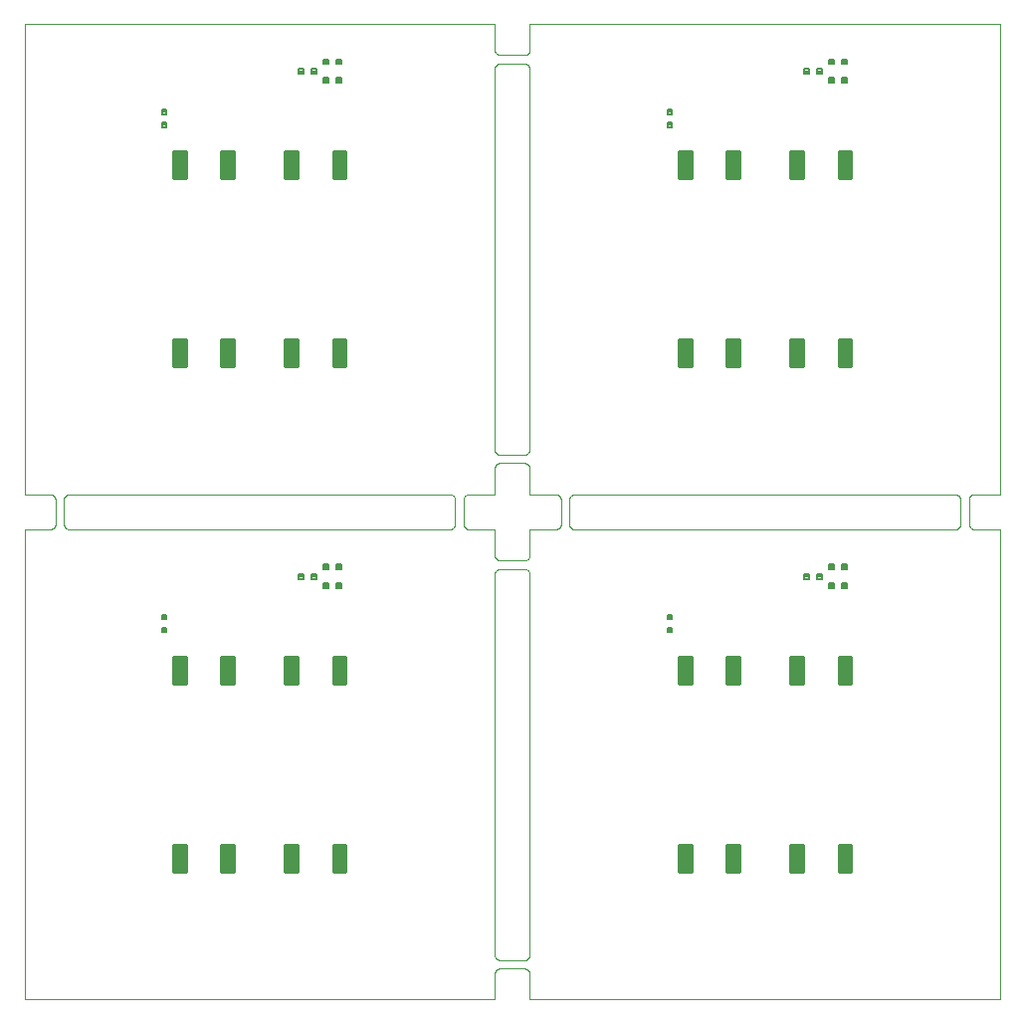
<source format=gbp>
G04 EAGLE Gerber RS-274X export*
G75*
%MOMM*%
%FSLAX34Y34*%
%LPD*%
%AMOC8*
5,1,8,0,0,1.08239X$1,22.5*%
G01*
%ADD10C,0.000000*%
%ADD11C,0.198000*%
%ADD12C,0.390000*%


D10*
X430000Y0D02*
X830000Y0D01*
X830000Y400000D01*
X808500Y400000D01*
X791500Y400000D02*
X468500Y400000D01*
X451500Y400000D02*
X430000Y400000D01*
X430000Y378500D01*
X430000Y361500D02*
X430000Y38500D01*
X430000Y21500D02*
X430000Y0D01*
X400000Y0D02*
X0Y0D01*
X400000Y0D02*
X400000Y21500D01*
X400000Y38500D02*
X400000Y361500D01*
X400000Y378500D02*
X400000Y400000D01*
X378500Y400000D01*
X361500Y400000D02*
X38500Y400000D01*
X21500Y400000D02*
X0Y400000D01*
X0Y0D01*
X425000Y366500D02*
X425140Y366498D01*
X425280Y366492D01*
X425420Y366482D01*
X425560Y366469D01*
X425699Y366451D01*
X425838Y366429D01*
X425975Y366404D01*
X426113Y366375D01*
X426249Y366342D01*
X426384Y366305D01*
X426518Y366264D01*
X426651Y366219D01*
X426783Y366171D01*
X426913Y366119D01*
X427042Y366064D01*
X427169Y366005D01*
X427295Y365942D01*
X427419Y365876D01*
X427540Y365807D01*
X427660Y365734D01*
X427778Y365657D01*
X427893Y365578D01*
X428007Y365495D01*
X428117Y365409D01*
X428226Y365320D01*
X428332Y365228D01*
X428435Y365133D01*
X428536Y365036D01*
X428633Y364935D01*
X428728Y364832D01*
X428820Y364726D01*
X428909Y364617D01*
X428995Y364507D01*
X429078Y364393D01*
X429157Y364278D01*
X429234Y364160D01*
X429307Y364040D01*
X429376Y363919D01*
X429442Y363795D01*
X429505Y363669D01*
X429564Y363542D01*
X429619Y363413D01*
X429671Y363283D01*
X429719Y363151D01*
X429764Y363018D01*
X429805Y362884D01*
X429842Y362749D01*
X429875Y362613D01*
X429904Y362475D01*
X429929Y362338D01*
X429951Y362199D01*
X429969Y362060D01*
X429982Y361920D01*
X429992Y361780D01*
X429998Y361640D01*
X430000Y361500D01*
X425000Y373500D02*
X425140Y373502D01*
X425280Y373508D01*
X425420Y373518D01*
X425560Y373531D01*
X425699Y373549D01*
X425838Y373571D01*
X425975Y373596D01*
X426113Y373625D01*
X426249Y373658D01*
X426384Y373695D01*
X426518Y373736D01*
X426651Y373781D01*
X426783Y373829D01*
X426913Y373881D01*
X427042Y373936D01*
X427169Y373995D01*
X427295Y374058D01*
X427419Y374124D01*
X427540Y374193D01*
X427660Y374266D01*
X427778Y374343D01*
X427893Y374422D01*
X428007Y374505D01*
X428117Y374591D01*
X428226Y374680D01*
X428332Y374772D01*
X428435Y374867D01*
X428536Y374964D01*
X428633Y375065D01*
X428728Y375168D01*
X428820Y375274D01*
X428909Y375383D01*
X428995Y375493D01*
X429078Y375607D01*
X429157Y375722D01*
X429234Y375840D01*
X429307Y375960D01*
X429376Y376081D01*
X429442Y376205D01*
X429505Y376331D01*
X429564Y376458D01*
X429619Y376587D01*
X429671Y376717D01*
X429719Y376849D01*
X429764Y376982D01*
X429805Y377116D01*
X429842Y377251D01*
X429875Y377387D01*
X429904Y377525D01*
X429929Y377662D01*
X429951Y377801D01*
X429969Y377940D01*
X429982Y378080D01*
X429992Y378220D01*
X429998Y378360D01*
X430000Y378500D01*
X425000Y366500D02*
X405000Y366500D01*
X425000Y26500D02*
X425140Y26498D01*
X425280Y26492D01*
X425420Y26482D01*
X425560Y26469D01*
X425699Y26451D01*
X425838Y26429D01*
X425975Y26404D01*
X426113Y26375D01*
X426249Y26342D01*
X426384Y26305D01*
X426518Y26264D01*
X426651Y26219D01*
X426783Y26171D01*
X426913Y26119D01*
X427042Y26064D01*
X427169Y26005D01*
X427295Y25942D01*
X427419Y25876D01*
X427540Y25807D01*
X427660Y25734D01*
X427778Y25657D01*
X427893Y25578D01*
X428007Y25495D01*
X428117Y25409D01*
X428226Y25320D01*
X428332Y25228D01*
X428435Y25133D01*
X428536Y25036D01*
X428633Y24935D01*
X428728Y24832D01*
X428820Y24726D01*
X428909Y24617D01*
X428995Y24507D01*
X429078Y24393D01*
X429157Y24278D01*
X429234Y24160D01*
X429307Y24040D01*
X429376Y23919D01*
X429442Y23795D01*
X429505Y23669D01*
X429564Y23542D01*
X429619Y23413D01*
X429671Y23283D01*
X429719Y23151D01*
X429764Y23018D01*
X429805Y22884D01*
X429842Y22749D01*
X429875Y22613D01*
X429904Y22475D01*
X429929Y22338D01*
X429951Y22199D01*
X429969Y22060D01*
X429982Y21920D01*
X429992Y21780D01*
X429998Y21640D01*
X430000Y21500D01*
X425000Y33500D02*
X425140Y33502D01*
X425280Y33508D01*
X425420Y33518D01*
X425560Y33531D01*
X425699Y33549D01*
X425838Y33571D01*
X425975Y33596D01*
X426113Y33625D01*
X426249Y33658D01*
X426384Y33695D01*
X426518Y33736D01*
X426651Y33781D01*
X426783Y33829D01*
X426913Y33881D01*
X427042Y33936D01*
X427169Y33995D01*
X427295Y34058D01*
X427419Y34124D01*
X427540Y34193D01*
X427660Y34266D01*
X427778Y34343D01*
X427893Y34422D01*
X428007Y34505D01*
X428117Y34591D01*
X428226Y34680D01*
X428332Y34772D01*
X428435Y34867D01*
X428536Y34964D01*
X428633Y35065D01*
X428728Y35168D01*
X428820Y35274D01*
X428909Y35383D01*
X428995Y35493D01*
X429078Y35607D01*
X429157Y35722D01*
X429234Y35840D01*
X429307Y35960D01*
X429376Y36081D01*
X429442Y36205D01*
X429505Y36331D01*
X429564Y36458D01*
X429619Y36587D01*
X429671Y36717D01*
X429719Y36849D01*
X429764Y36982D01*
X429805Y37116D01*
X429842Y37251D01*
X429875Y37387D01*
X429904Y37525D01*
X429929Y37662D01*
X429951Y37801D01*
X429969Y37940D01*
X429982Y38080D01*
X429992Y38220D01*
X429998Y38360D01*
X430000Y38500D01*
X425000Y26500D02*
X405000Y26500D01*
X405000Y33500D02*
X404860Y33502D01*
X404720Y33508D01*
X404580Y33518D01*
X404440Y33531D01*
X404301Y33549D01*
X404162Y33571D01*
X404025Y33596D01*
X403887Y33625D01*
X403751Y33658D01*
X403616Y33695D01*
X403482Y33736D01*
X403349Y33781D01*
X403217Y33829D01*
X403087Y33881D01*
X402958Y33936D01*
X402831Y33995D01*
X402705Y34058D01*
X402581Y34124D01*
X402460Y34193D01*
X402340Y34266D01*
X402222Y34343D01*
X402107Y34422D01*
X401993Y34505D01*
X401883Y34591D01*
X401774Y34680D01*
X401668Y34772D01*
X401565Y34867D01*
X401464Y34964D01*
X401367Y35065D01*
X401272Y35168D01*
X401180Y35274D01*
X401091Y35383D01*
X401005Y35493D01*
X400922Y35607D01*
X400843Y35722D01*
X400766Y35840D01*
X400693Y35960D01*
X400624Y36081D01*
X400558Y36205D01*
X400495Y36331D01*
X400436Y36458D01*
X400381Y36587D01*
X400329Y36717D01*
X400281Y36849D01*
X400236Y36982D01*
X400195Y37116D01*
X400158Y37251D01*
X400125Y37387D01*
X400096Y37525D01*
X400071Y37662D01*
X400049Y37801D01*
X400031Y37940D01*
X400018Y38080D01*
X400008Y38220D01*
X400002Y38360D01*
X400000Y38500D01*
X405000Y26500D02*
X404860Y26498D01*
X404720Y26492D01*
X404580Y26482D01*
X404440Y26469D01*
X404301Y26451D01*
X404162Y26429D01*
X404025Y26404D01*
X403887Y26375D01*
X403751Y26342D01*
X403616Y26305D01*
X403482Y26264D01*
X403349Y26219D01*
X403217Y26171D01*
X403087Y26119D01*
X402958Y26064D01*
X402831Y26005D01*
X402705Y25942D01*
X402581Y25876D01*
X402460Y25807D01*
X402340Y25734D01*
X402222Y25657D01*
X402107Y25578D01*
X401993Y25495D01*
X401883Y25409D01*
X401774Y25320D01*
X401668Y25228D01*
X401565Y25133D01*
X401464Y25036D01*
X401367Y24935D01*
X401272Y24832D01*
X401180Y24726D01*
X401091Y24617D01*
X401005Y24507D01*
X400922Y24393D01*
X400843Y24278D01*
X400766Y24160D01*
X400693Y24040D01*
X400624Y23919D01*
X400558Y23795D01*
X400495Y23669D01*
X400436Y23542D01*
X400381Y23413D01*
X400329Y23283D01*
X400281Y23151D01*
X400236Y23018D01*
X400195Y22884D01*
X400158Y22749D01*
X400125Y22613D01*
X400096Y22475D01*
X400071Y22338D01*
X400049Y22199D01*
X400031Y22060D01*
X400018Y21920D01*
X400008Y21780D01*
X400002Y21640D01*
X400000Y21500D01*
X405000Y33500D02*
X425000Y33500D01*
X405000Y373500D02*
X404860Y373502D01*
X404720Y373508D01*
X404580Y373518D01*
X404440Y373531D01*
X404301Y373549D01*
X404162Y373571D01*
X404025Y373596D01*
X403887Y373625D01*
X403751Y373658D01*
X403616Y373695D01*
X403482Y373736D01*
X403349Y373781D01*
X403217Y373829D01*
X403087Y373881D01*
X402958Y373936D01*
X402831Y373995D01*
X402705Y374058D01*
X402581Y374124D01*
X402460Y374193D01*
X402340Y374266D01*
X402222Y374343D01*
X402107Y374422D01*
X401993Y374505D01*
X401883Y374591D01*
X401774Y374680D01*
X401668Y374772D01*
X401565Y374867D01*
X401464Y374964D01*
X401367Y375065D01*
X401272Y375168D01*
X401180Y375274D01*
X401091Y375383D01*
X401005Y375493D01*
X400922Y375607D01*
X400843Y375722D01*
X400766Y375840D01*
X400693Y375960D01*
X400624Y376081D01*
X400558Y376205D01*
X400495Y376331D01*
X400436Y376458D01*
X400381Y376587D01*
X400329Y376717D01*
X400281Y376849D01*
X400236Y376982D01*
X400195Y377116D01*
X400158Y377251D01*
X400125Y377387D01*
X400096Y377525D01*
X400071Y377662D01*
X400049Y377801D01*
X400031Y377940D01*
X400018Y378080D01*
X400008Y378220D01*
X400002Y378360D01*
X400000Y378500D01*
X405000Y366500D02*
X404860Y366498D01*
X404720Y366492D01*
X404580Y366482D01*
X404440Y366469D01*
X404301Y366451D01*
X404162Y366429D01*
X404025Y366404D01*
X403887Y366375D01*
X403751Y366342D01*
X403616Y366305D01*
X403482Y366264D01*
X403349Y366219D01*
X403217Y366171D01*
X403087Y366119D01*
X402958Y366064D01*
X402831Y366005D01*
X402705Y365942D01*
X402581Y365876D01*
X402460Y365807D01*
X402340Y365734D01*
X402222Y365657D01*
X402107Y365578D01*
X401993Y365495D01*
X401883Y365409D01*
X401774Y365320D01*
X401668Y365228D01*
X401565Y365133D01*
X401464Y365036D01*
X401367Y364935D01*
X401272Y364832D01*
X401180Y364726D01*
X401091Y364617D01*
X401005Y364507D01*
X400922Y364393D01*
X400843Y364278D01*
X400766Y364160D01*
X400693Y364040D01*
X400624Y363919D01*
X400558Y363795D01*
X400495Y363669D01*
X400436Y363542D01*
X400381Y363413D01*
X400329Y363283D01*
X400281Y363151D01*
X400236Y363018D01*
X400195Y362884D01*
X400158Y362749D01*
X400125Y362613D01*
X400096Y362475D01*
X400071Y362338D01*
X400049Y362199D01*
X400031Y362060D01*
X400018Y361920D01*
X400008Y361780D01*
X400002Y361640D01*
X400000Y361500D01*
X405000Y373500D02*
X425000Y373500D01*
X26500Y405000D02*
X26498Y404860D01*
X26492Y404720D01*
X26482Y404580D01*
X26469Y404440D01*
X26451Y404301D01*
X26429Y404162D01*
X26404Y404025D01*
X26375Y403887D01*
X26342Y403751D01*
X26305Y403616D01*
X26264Y403482D01*
X26219Y403349D01*
X26171Y403217D01*
X26119Y403087D01*
X26064Y402958D01*
X26005Y402831D01*
X25942Y402705D01*
X25876Y402581D01*
X25807Y402460D01*
X25734Y402340D01*
X25657Y402222D01*
X25578Y402107D01*
X25495Y401993D01*
X25409Y401883D01*
X25320Y401774D01*
X25228Y401668D01*
X25133Y401565D01*
X25036Y401464D01*
X24935Y401367D01*
X24832Y401272D01*
X24726Y401180D01*
X24617Y401091D01*
X24507Y401005D01*
X24393Y400922D01*
X24278Y400843D01*
X24160Y400766D01*
X24040Y400693D01*
X23919Y400624D01*
X23795Y400558D01*
X23669Y400495D01*
X23542Y400436D01*
X23413Y400381D01*
X23283Y400329D01*
X23151Y400281D01*
X23018Y400236D01*
X22884Y400195D01*
X22749Y400158D01*
X22613Y400125D01*
X22475Y400096D01*
X22338Y400071D01*
X22199Y400049D01*
X22060Y400031D01*
X21920Y400018D01*
X21780Y400008D01*
X21640Y400002D01*
X21500Y400000D01*
X33500Y405000D02*
X33502Y404860D01*
X33508Y404720D01*
X33518Y404580D01*
X33531Y404440D01*
X33549Y404301D01*
X33571Y404162D01*
X33596Y404025D01*
X33625Y403887D01*
X33658Y403751D01*
X33695Y403616D01*
X33736Y403482D01*
X33781Y403349D01*
X33829Y403217D01*
X33881Y403087D01*
X33936Y402958D01*
X33995Y402831D01*
X34058Y402705D01*
X34124Y402581D01*
X34193Y402460D01*
X34266Y402340D01*
X34343Y402222D01*
X34422Y402107D01*
X34505Y401993D01*
X34591Y401883D01*
X34680Y401774D01*
X34772Y401668D01*
X34867Y401565D01*
X34964Y401464D01*
X35065Y401367D01*
X35168Y401272D01*
X35274Y401180D01*
X35383Y401091D01*
X35493Y401005D01*
X35607Y400922D01*
X35722Y400843D01*
X35840Y400766D01*
X35960Y400693D01*
X36081Y400624D01*
X36205Y400558D01*
X36331Y400495D01*
X36458Y400436D01*
X36587Y400381D01*
X36717Y400329D01*
X36849Y400281D01*
X36982Y400236D01*
X37116Y400195D01*
X37251Y400158D01*
X37387Y400125D01*
X37525Y400096D01*
X37662Y400071D01*
X37801Y400049D01*
X37940Y400031D01*
X38080Y400018D01*
X38220Y400008D01*
X38360Y400002D01*
X38500Y400000D01*
X361500Y400000D02*
X361640Y400002D01*
X361780Y400008D01*
X361920Y400018D01*
X362060Y400031D01*
X362199Y400049D01*
X362338Y400071D01*
X362475Y400096D01*
X362613Y400125D01*
X362749Y400158D01*
X362884Y400195D01*
X363018Y400236D01*
X363151Y400281D01*
X363283Y400329D01*
X363413Y400381D01*
X363542Y400436D01*
X363669Y400495D01*
X363795Y400558D01*
X363919Y400624D01*
X364040Y400693D01*
X364160Y400766D01*
X364278Y400843D01*
X364393Y400922D01*
X364507Y401005D01*
X364617Y401091D01*
X364726Y401180D01*
X364832Y401272D01*
X364935Y401367D01*
X365036Y401464D01*
X365133Y401565D01*
X365228Y401668D01*
X365320Y401774D01*
X365409Y401883D01*
X365495Y401993D01*
X365578Y402107D01*
X365657Y402222D01*
X365734Y402340D01*
X365807Y402460D01*
X365876Y402581D01*
X365942Y402705D01*
X366005Y402831D01*
X366064Y402958D01*
X366119Y403087D01*
X366171Y403217D01*
X366219Y403349D01*
X366264Y403482D01*
X366305Y403616D01*
X366342Y403751D01*
X366375Y403887D01*
X366404Y404025D01*
X366429Y404162D01*
X366451Y404301D01*
X366469Y404440D01*
X366482Y404580D01*
X366492Y404720D01*
X366498Y404860D01*
X366500Y405000D01*
X373500Y405000D02*
X373502Y404860D01*
X373508Y404720D01*
X373518Y404580D01*
X373531Y404440D01*
X373549Y404301D01*
X373571Y404162D01*
X373596Y404025D01*
X373625Y403887D01*
X373658Y403751D01*
X373695Y403616D01*
X373736Y403482D01*
X373781Y403349D01*
X373829Y403217D01*
X373881Y403087D01*
X373936Y402958D01*
X373995Y402831D01*
X374058Y402705D01*
X374124Y402581D01*
X374193Y402460D01*
X374266Y402340D01*
X374343Y402222D01*
X374422Y402107D01*
X374505Y401993D01*
X374591Y401883D01*
X374680Y401774D01*
X374772Y401668D01*
X374867Y401565D01*
X374964Y401464D01*
X375065Y401367D01*
X375168Y401272D01*
X375274Y401180D01*
X375383Y401091D01*
X375493Y401005D01*
X375607Y400922D01*
X375722Y400843D01*
X375840Y400766D01*
X375960Y400693D01*
X376081Y400624D01*
X376205Y400558D01*
X376331Y400495D01*
X376458Y400436D01*
X376587Y400381D01*
X376717Y400329D01*
X376849Y400281D01*
X376982Y400236D01*
X377116Y400195D01*
X377251Y400158D01*
X377387Y400125D01*
X377525Y400096D01*
X377662Y400071D01*
X377801Y400049D01*
X377940Y400031D01*
X378080Y400018D01*
X378220Y400008D01*
X378360Y400002D01*
X378500Y400000D01*
X26500Y405000D02*
X26500Y425000D01*
X33500Y425000D02*
X33500Y405000D01*
X366500Y405000D02*
X366500Y425000D01*
X373500Y425000D02*
X373500Y405000D01*
X803500Y405000D02*
X803500Y425000D01*
X796500Y405000D02*
X796498Y404860D01*
X796492Y404720D01*
X796482Y404580D01*
X796469Y404440D01*
X796451Y404301D01*
X796429Y404162D01*
X796404Y404025D01*
X796375Y403887D01*
X796342Y403751D01*
X796305Y403616D01*
X796264Y403482D01*
X796219Y403349D01*
X796171Y403217D01*
X796119Y403087D01*
X796064Y402958D01*
X796005Y402831D01*
X795942Y402705D01*
X795876Y402581D01*
X795807Y402460D01*
X795734Y402340D01*
X795657Y402222D01*
X795578Y402107D01*
X795495Y401993D01*
X795409Y401883D01*
X795320Y401774D01*
X795228Y401668D01*
X795133Y401565D01*
X795036Y401464D01*
X794935Y401367D01*
X794832Y401272D01*
X794726Y401180D01*
X794617Y401091D01*
X794507Y401005D01*
X794393Y400922D01*
X794278Y400843D01*
X794160Y400766D01*
X794040Y400693D01*
X793919Y400624D01*
X793795Y400558D01*
X793669Y400495D01*
X793542Y400436D01*
X793413Y400381D01*
X793283Y400329D01*
X793151Y400281D01*
X793018Y400236D01*
X792884Y400195D01*
X792749Y400158D01*
X792613Y400125D01*
X792475Y400096D01*
X792338Y400071D01*
X792199Y400049D01*
X792060Y400031D01*
X791920Y400018D01*
X791780Y400008D01*
X791640Y400002D01*
X791500Y400000D01*
X803500Y405000D02*
X803502Y404860D01*
X803508Y404720D01*
X803518Y404580D01*
X803531Y404440D01*
X803549Y404301D01*
X803571Y404162D01*
X803596Y404025D01*
X803625Y403887D01*
X803658Y403751D01*
X803695Y403616D01*
X803736Y403482D01*
X803781Y403349D01*
X803829Y403217D01*
X803881Y403087D01*
X803936Y402958D01*
X803995Y402831D01*
X804058Y402705D01*
X804124Y402581D01*
X804193Y402460D01*
X804266Y402340D01*
X804343Y402222D01*
X804422Y402107D01*
X804505Y401993D01*
X804591Y401883D01*
X804680Y401774D01*
X804772Y401668D01*
X804867Y401565D01*
X804964Y401464D01*
X805065Y401367D01*
X805168Y401272D01*
X805274Y401180D01*
X805383Y401091D01*
X805493Y401005D01*
X805607Y400922D01*
X805722Y400843D01*
X805840Y400766D01*
X805960Y400693D01*
X806081Y400624D01*
X806205Y400558D01*
X806331Y400495D01*
X806458Y400436D01*
X806587Y400381D01*
X806717Y400329D01*
X806849Y400281D01*
X806982Y400236D01*
X807116Y400195D01*
X807251Y400158D01*
X807387Y400125D01*
X807525Y400096D01*
X807662Y400071D01*
X807801Y400049D01*
X807940Y400031D01*
X808080Y400018D01*
X808220Y400008D01*
X808360Y400002D01*
X808500Y400000D01*
X796500Y405000D02*
X796500Y425000D01*
X463500Y425000D02*
X463500Y405000D01*
X456500Y405000D02*
X456498Y404860D01*
X456492Y404720D01*
X456482Y404580D01*
X456469Y404440D01*
X456451Y404301D01*
X456429Y404162D01*
X456404Y404025D01*
X456375Y403887D01*
X456342Y403751D01*
X456305Y403616D01*
X456264Y403482D01*
X456219Y403349D01*
X456171Y403217D01*
X456119Y403087D01*
X456064Y402958D01*
X456005Y402831D01*
X455942Y402705D01*
X455876Y402581D01*
X455807Y402460D01*
X455734Y402340D01*
X455657Y402222D01*
X455578Y402107D01*
X455495Y401993D01*
X455409Y401883D01*
X455320Y401774D01*
X455228Y401668D01*
X455133Y401565D01*
X455036Y401464D01*
X454935Y401367D01*
X454832Y401272D01*
X454726Y401180D01*
X454617Y401091D01*
X454507Y401005D01*
X454393Y400922D01*
X454278Y400843D01*
X454160Y400766D01*
X454040Y400693D01*
X453919Y400624D01*
X453795Y400558D01*
X453669Y400495D01*
X453542Y400436D01*
X453413Y400381D01*
X453283Y400329D01*
X453151Y400281D01*
X453018Y400236D01*
X452884Y400195D01*
X452749Y400158D01*
X452613Y400125D01*
X452475Y400096D01*
X452338Y400071D01*
X452199Y400049D01*
X452060Y400031D01*
X451920Y400018D01*
X451780Y400008D01*
X451640Y400002D01*
X451500Y400000D01*
X463500Y405000D02*
X463502Y404860D01*
X463508Y404720D01*
X463518Y404580D01*
X463531Y404440D01*
X463549Y404301D01*
X463571Y404162D01*
X463596Y404025D01*
X463625Y403887D01*
X463658Y403751D01*
X463695Y403616D01*
X463736Y403482D01*
X463781Y403349D01*
X463829Y403217D01*
X463881Y403087D01*
X463936Y402958D01*
X463995Y402831D01*
X464058Y402705D01*
X464124Y402581D01*
X464193Y402460D01*
X464266Y402340D01*
X464343Y402222D01*
X464422Y402107D01*
X464505Y401993D01*
X464591Y401883D01*
X464680Y401774D01*
X464772Y401668D01*
X464867Y401565D01*
X464964Y401464D01*
X465065Y401367D01*
X465168Y401272D01*
X465274Y401180D01*
X465383Y401091D01*
X465493Y401005D01*
X465607Y400922D01*
X465722Y400843D01*
X465840Y400766D01*
X465960Y400693D01*
X466081Y400624D01*
X466205Y400558D01*
X466331Y400495D01*
X466458Y400436D01*
X466587Y400381D01*
X466717Y400329D01*
X466849Y400281D01*
X466982Y400236D01*
X467116Y400195D01*
X467251Y400158D01*
X467387Y400125D01*
X467525Y400096D01*
X467662Y400071D01*
X467801Y400049D01*
X467940Y400031D01*
X468080Y400018D01*
X468220Y400008D01*
X468360Y400002D01*
X468500Y400000D01*
X456500Y405000D02*
X456500Y425000D01*
X400000Y830000D02*
X0Y830000D01*
X0Y430000D01*
X21500Y430000D01*
X38500Y430000D02*
X361500Y430000D01*
X378500Y430000D02*
X400000Y430000D01*
X400000Y451500D01*
X400000Y468500D02*
X400000Y791500D01*
X400000Y808500D02*
X400000Y830000D01*
X430000Y830000D02*
X830000Y830000D01*
X430000Y830000D02*
X430000Y808500D01*
X430000Y791500D02*
X430000Y468500D01*
X430000Y451500D02*
X430000Y430000D01*
X451500Y430000D01*
X468500Y430000D02*
X791500Y430000D01*
X808500Y430000D02*
X830000Y430000D01*
X830000Y830000D01*
X405000Y463500D02*
X404860Y463502D01*
X404720Y463508D01*
X404580Y463518D01*
X404440Y463531D01*
X404301Y463549D01*
X404162Y463571D01*
X404025Y463596D01*
X403887Y463625D01*
X403751Y463658D01*
X403616Y463695D01*
X403482Y463736D01*
X403349Y463781D01*
X403217Y463829D01*
X403087Y463881D01*
X402958Y463936D01*
X402831Y463995D01*
X402705Y464058D01*
X402581Y464124D01*
X402460Y464193D01*
X402340Y464266D01*
X402222Y464343D01*
X402107Y464422D01*
X401993Y464505D01*
X401883Y464591D01*
X401774Y464680D01*
X401668Y464772D01*
X401565Y464867D01*
X401464Y464964D01*
X401367Y465065D01*
X401272Y465168D01*
X401180Y465274D01*
X401091Y465383D01*
X401005Y465493D01*
X400922Y465607D01*
X400843Y465722D01*
X400766Y465840D01*
X400693Y465960D01*
X400624Y466081D01*
X400558Y466205D01*
X400495Y466331D01*
X400436Y466458D01*
X400381Y466587D01*
X400329Y466717D01*
X400281Y466849D01*
X400236Y466982D01*
X400195Y467116D01*
X400158Y467251D01*
X400125Y467387D01*
X400096Y467525D01*
X400071Y467662D01*
X400049Y467801D01*
X400031Y467940D01*
X400018Y468080D01*
X400008Y468220D01*
X400002Y468360D01*
X400000Y468500D01*
X405000Y456500D02*
X404860Y456498D01*
X404720Y456492D01*
X404580Y456482D01*
X404440Y456469D01*
X404301Y456451D01*
X404162Y456429D01*
X404025Y456404D01*
X403887Y456375D01*
X403751Y456342D01*
X403616Y456305D01*
X403482Y456264D01*
X403349Y456219D01*
X403217Y456171D01*
X403087Y456119D01*
X402958Y456064D01*
X402831Y456005D01*
X402705Y455942D01*
X402581Y455876D01*
X402460Y455807D01*
X402340Y455734D01*
X402222Y455657D01*
X402107Y455578D01*
X401993Y455495D01*
X401883Y455409D01*
X401774Y455320D01*
X401668Y455228D01*
X401565Y455133D01*
X401464Y455036D01*
X401367Y454935D01*
X401272Y454832D01*
X401180Y454726D01*
X401091Y454617D01*
X401005Y454507D01*
X400922Y454393D01*
X400843Y454278D01*
X400766Y454160D01*
X400693Y454040D01*
X400624Y453919D01*
X400558Y453795D01*
X400495Y453669D01*
X400436Y453542D01*
X400381Y453413D01*
X400329Y453283D01*
X400281Y453151D01*
X400236Y453018D01*
X400195Y452884D01*
X400158Y452749D01*
X400125Y452613D01*
X400096Y452475D01*
X400071Y452338D01*
X400049Y452199D01*
X400031Y452060D01*
X400018Y451920D01*
X400008Y451780D01*
X400002Y451640D01*
X400000Y451500D01*
X405000Y463500D02*
X425000Y463500D01*
X405000Y803500D02*
X404860Y803502D01*
X404720Y803508D01*
X404580Y803518D01*
X404440Y803531D01*
X404301Y803549D01*
X404162Y803571D01*
X404025Y803596D01*
X403887Y803625D01*
X403751Y803658D01*
X403616Y803695D01*
X403482Y803736D01*
X403349Y803781D01*
X403217Y803829D01*
X403087Y803881D01*
X402958Y803936D01*
X402831Y803995D01*
X402705Y804058D01*
X402581Y804124D01*
X402460Y804193D01*
X402340Y804266D01*
X402222Y804343D01*
X402107Y804422D01*
X401993Y804505D01*
X401883Y804591D01*
X401774Y804680D01*
X401668Y804772D01*
X401565Y804867D01*
X401464Y804964D01*
X401367Y805065D01*
X401272Y805168D01*
X401180Y805274D01*
X401091Y805383D01*
X401005Y805493D01*
X400922Y805607D01*
X400843Y805722D01*
X400766Y805840D01*
X400693Y805960D01*
X400624Y806081D01*
X400558Y806205D01*
X400495Y806331D01*
X400436Y806458D01*
X400381Y806587D01*
X400329Y806717D01*
X400281Y806849D01*
X400236Y806982D01*
X400195Y807116D01*
X400158Y807251D01*
X400125Y807387D01*
X400096Y807525D01*
X400071Y807662D01*
X400049Y807801D01*
X400031Y807940D01*
X400018Y808080D01*
X400008Y808220D01*
X400002Y808360D01*
X400000Y808500D01*
X405000Y796500D02*
X404860Y796498D01*
X404720Y796492D01*
X404580Y796482D01*
X404440Y796469D01*
X404301Y796451D01*
X404162Y796429D01*
X404025Y796404D01*
X403887Y796375D01*
X403751Y796342D01*
X403616Y796305D01*
X403482Y796264D01*
X403349Y796219D01*
X403217Y796171D01*
X403087Y796119D01*
X402958Y796064D01*
X402831Y796005D01*
X402705Y795942D01*
X402581Y795876D01*
X402460Y795807D01*
X402340Y795734D01*
X402222Y795657D01*
X402107Y795578D01*
X401993Y795495D01*
X401883Y795409D01*
X401774Y795320D01*
X401668Y795228D01*
X401565Y795133D01*
X401464Y795036D01*
X401367Y794935D01*
X401272Y794832D01*
X401180Y794726D01*
X401091Y794617D01*
X401005Y794507D01*
X400922Y794393D01*
X400843Y794278D01*
X400766Y794160D01*
X400693Y794040D01*
X400624Y793919D01*
X400558Y793795D01*
X400495Y793669D01*
X400436Y793542D01*
X400381Y793413D01*
X400329Y793283D01*
X400281Y793151D01*
X400236Y793018D01*
X400195Y792884D01*
X400158Y792749D01*
X400125Y792613D01*
X400096Y792475D01*
X400071Y792338D01*
X400049Y792199D01*
X400031Y792060D01*
X400018Y791920D01*
X400008Y791780D01*
X400002Y791640D01*
X400000Y791500D01*
X405000Y803500D02*
X425000Y803500D01*
X425000Y796500D02*
X425140Y796498D01*
X425280Y796492D01*
X425420Y796482D01*
X425560Y796469D01*
X425699Y796451D01*
X425838Y796429D01*
X425975Y796404D01*
X426113Y796375D01*
X426249Y796342D01*
X426384Y796305D01*
X426518Y796264D01*
X426651Y796219D01*
X426783Y796171D01*
X426913Y796119D01*
X427042Y796064D01*
X427169Y796005D01*
X427295Y795942D01*
X427419Y795876D01*
X427540Y795807D01*
X427660Y795734D01*
X427778Y795657D01*
X427893Y795578D01*
X428007Y795495D01*
X428117Y795409D01*
X428226Y795320D01*
X428332Y795228D01*
X428435Y795133D01*
X428536Y795036D01*
X428633Y794935D01*
X428728Y794832D01*
X428820Y794726D01*
X428909Y794617D01*
X428995Y794507D01*
X429078Y794393D01*
X429157Y794278D01*
X429234Y794160D01*
X429307Y794040D01*
X429376Y793919D01*
X429442Y793795D01*
X429505Y793669D01*
X429564Y793542D01*
X429619Y793413D01*
X429671Y793283D01*
X429719Y793151D01*
X429764Y793018D01*
X429805Y792884D01*
X429842Y792749D01*
X429875Y792613D01*
X429904Y792475D01*
X429929Y792338D01*
X429951Y792199D01*
X429969Y792060D01*
X429982Y791920D01*
X429992Y791780D01*
X429998Y791640D01*
X430000Y791500D01*
X425000Y803500D02*
X425140Y803502D01*
X425280Y803508D01*
X425420Y803518D01*
X425560Y803531D01*
X425699Y803549D01*
X425838Y803571D01*
X425975Y803596D01*
X426113Y803625D01*
X426249Y803658D01*
X426384Y803695D01*
X426518Y803736D01*
X426651Y803781D01*
X426783Y803829D01*
X426913Y803881D01*
X427042Y803936D01*
X427169Y803995D01*
X427295Y804058D01*
X427419Y804124D01*
X427540Y804193D01*
X427660Y804266D01*
X427778Y804343D01*
X427893Y804422D01*
X428007Y804505D01*
X428117Y804591D01*
X428226Y804680D01*
X428332Y804772D01*
X428435Y804867D01*
X428536Y804964D01*
X428633Y805065D01*
X428728Y805168D01*
X428820Y805274D01*
X428909Y805383D01*
X428995Y805493D01*
X429078Y805607D01*
X429157Y805722D01*
X429234Y805840D01*
X429307Y805960D01*
X429376Y806081D01*
X429442Y806205D01*
X429505Y806331D01*
X429564Y806458D01*
X429619Y806587D01*
X429671Y806717D01*
X429719Y806849D01*
X429764Y806982D01*
X429805Y807116D01*
X429842Y807251D01*
X429875Y807387D01*
X429904Y807525D01*
X429929Y807662D01*
X429951Y807801D01*
X429969Y807940D01*
X429982Y808080D01*
X429992Y808220D01*
X429998Y808360D01*
X430000Y808500D01*
X425000Y796500D02*
X405000Y796500D01*
X425000Y456500D02*
X425140Y456498D01*
X425280Y456492D01*
X425420Y456482D01*
X425560Y456469D01*
X425699Y456451D01*
X425838Y456429D01*
X425975Y456404D01*
X426113Y456375D01*
X426249Y456342D01*
X426384Y456305D01*
X426518Y456264D01*
X426651Y456219D01*
X426783Y456171D01*
X426913Y456119D01*
X427042Y456064D01*
X427169Y456005D01*
X427295Y455942D01*
X427419Y455876D01*
X427540Y455807D01*
X427660Y455734D01*
X427778Y455657D01*
X427893Y455578D01*
X428007Y455495D01*
X428117Y455409D01*
X428226Y455320D01*
X428332Y455228D01*
X428435Y455133D01*
X428536Y455036D01*
X428633Y454935D01*
X428728Y454832D01*
X428820Y454726D01*
X428909Y454617D01*
X428995Y454507D01*
X429078Y454393D01*
X429157Y454278D01*
X429234Y454160D01*
X429307Y454040D01*
X429376Y453919D01*
X429442Y453795D01*
X429505Y453669D01*
X429564Y453542D01*
X429619Y453413D01*
X429671Y453283D01*
X429719Y453151D01*
X429764Y453018D01*
X429805Y452884D01*
X429842Y452749D01*
X429875Y452613D01*
X429904Y452475D01*
X429929Y452338D01*
X429951Y452199D01*
X429969Y452060D01*
X429982Y451920D01*
X429992Y451780D01*
X429998Y451640D01*
X430000Y451500D01*
X425000Y463500D02*
X425140Y463502D01*
X425280Y463508D01*
X425420Y463518D01*
X425560Y463531D01*
X425699Y463549D01*
X425838Y463571D01*
X425975Y463596D01*
X426113Y463625D01*
X426249Y463658D01*
X426384Y463695D01*
X426518Y463736D01*
X426651Y463781D01*
X426783Y463829D01*
X426913Y463881D01*
X427042Y463936D01*
X427169Y463995D01*
X427295Y464058D01*
X427419Y464124D01*
X427540Y464193D01*
X427660Y464266D01*
X427778Y464343D01*
X427893Y464422D01*
X428007Y464505D01*
X428117Y464591D01*
X428226Y464680D01*
X428332Y464772D01*
X428435Y464867D01*
X428536Y464964D01*
X428633Y465065D01*
X428728Y465168D01*
X428820Y465274D01*
X428909Y465383D01*
X428995Y465493D01*
X429078Y465607D01*
X429157Y465722D01*
X429234Y465840D01*
X429307Y465960D01*
X429376Y466081D01*
X429442Y466205D01*
X429505Y466331D01*
X429564Y466458D01*
X429619Y466587D01*
X429671Y466717D01*
X429719Y466849D01*
X429764Y466982D01*
X429805Y467116D01*
X429842Y467251D01*
X429875Y467387D01*
X429904Y467525D01*
X429929Y467662D01*
X429951Y467801D01*
X429969Y467940D01*
X429982Y468080D01*
X429992Y468220D01*
X429998Y468360D01*
X430000Y468500D01*
X425000Y456500D02*
X405000Y456500D01*
X803500Y425000D02*
X803502Y425140D01*
X803508Y425280D01*
X803518Y425420D01*
X803531Y425560D01*
X803549Y425699D01*
X803571Y425838D01*
X803596Y425975D01*
X803625Y426113D01*
X803658Y426249D01*
X803695Y426384D01*
X803736Y426518D01*
X803781Y426651D01*
X803829Y426783D01*
X803881Y426913D01*
X803936Y427042D01*
X803995Y427169D01*
X804058Y427295D01*
X804124Y427419D01*
X804193Y427540D01*
X804266Y427660D01*
X804343Y427778D01*
X804422Y427893D01*
X804505Y428007D01*
X804591Y428117D01*
X804680Y428226D01*
X804772Y428332D01*
X804867Y428435D01*
X804964Y428536D01*
X805065Y428633D01*
X805168Y428728D01*
X805274Y428820D01*
X805383Y428909D01*
X805493Y428995D01*
X805607Y429078D01*
X805722Y429157D01*
X805840Y429234D01*
X805960Y429307D01*
X806081Y429376D01*
X806205Y429442D01*
X806331Y429505D01*
X806458Y429564D01*
X806587Y429619D01*
X806717Y429671D01*
X806849Y429719D01*
X806982Y429764D01*
X807116Y429805D01*
X807251Y429842D01*
X807387Y429875D01*
X807525Y429904D01*
X807662Y429929D01*
X807801Y429951D01*
X807940Y429969D01*
X808080Y429982D01*
X808220Y429992D01*
X808360Y429998D01*
X808500Y430000D01*
X796500Y425000D02*
X796498Y425140D01*
X796492Y425280D01*
X796482Y425420D01*
X796469Y425560D01*
X796451Y425699D01*
X796429Y425838D01*
X796404Y425975D01*
X796375Y426113D01*
X796342Y426249D01*
X796305Y426384D01*
X796264Y426518D01*
X796219Y426651D01*
X796171Y426783D01*
X796119Y426913D01*
X796064Y427042D01*
X796005Y427169D01*
X795942Y427295D01*
X795876Y427419D01*
X795807Y427540D01*
X795734Y427660D01*
X795657Y427778D01*
X795578Y427893D01*
X795495Y428007D01*
X795409Y428117D01*
X795320Y428226D01*
X795228Y428332D01*
X795133Y428435D01*
X795036Y428536D01*
X794935Y428633D01*
X794832Y428728D01*
X794726Y428820D01*
X794617Y428909D01*
X794507Y428995D01*
X794393Y429078D01*
X794278Y429157D01*
X794160Y429234D01*
X794040Y429307D01*
X793919Y429376D01*
X793795Y429442D01*
X793669Y429505D01*
X793542Y429564D01*
X793413Y429619D01*
X793283Y429671D01*
X793151Y429719D01*
X793018Y429764D01*
X792884Y429805D01*
X792749Y429842D01*
X792613Y429875D01*
X792475Y429904D01*
X792338Y429929D01*
X792199Y429951D01*
X792060Y429969D01*
X791920Y429982D01*
X791780Y429992D01*
X791640Y429998D01*
X791500Y430000D01*
X468500Y430000D02*
X468360Y429998D01*
X468220Y429992D01*
X468080Y429982D01*
X467940Y429969D01*
X467801Y429951D01*
X467662Y429929D01*
X467525Y429904D01*
X467387Y429875D01*
X467251Y429842D01*
X467116Y429805D01*
X466982Y429764D01*
X466849Y429719D01*
X466717Y429671D01*
X466587Y429619D01*
X466458Y429564D01*
X466331Y429505D01*
X466205Y429442D01*
X466081Y429376D01*
X465960Y429307D01*
X465840Y429234D01*
X465722Y429157D01*
X465607Y429078D01*
X465493Y428995D01*
X465383Y428909D01*
X465274Y428820D01*
X465168Y428728D01*
X465065Y428633D01*
X464964Y428536D01*
X464867Y428435D01*
X464772Y428332D01*
X464680Y428226D01*
X464591Y428117D01*
X464505Y428007D01*
X464422Y427893D01*
X464343Y427778D01*
X464266Y427660D01*
X464193Y427540D01*
X464124Y427419D01*
X464058Y427295D01*
X463995Y427169D01*
X463936Y427042D01*
X463881Y426913D01*
X463829Y426783D01*
X463781Y426651D01*
X463736Y426518D01*
X463695Y426384D01*
X463658Y426249D01*
X463625Y426113D01*
X463596Y425975D01*
X463571Y425838D01*
X463549Y425699D01*
X463531Y425560D01*
X463518Y425420D01*
X463508Y425280D01*
X463502Y425140D01*
X463500Y425000D01*
X456500Y425000D02*
X456498Y425140D01*
X456492Y425280D01*
X456482Y425420D01*
X456469Y425560D01*
X456451Y425699D01*
X456429Y425838D01*
X456404Y425975D01*
X456375Y426113D01*
X456342Y426249D01*
X456305Y426384D01*
X456264Y426518D01*
X456219Y426651D01*
X456171Y426783D01*
X456119Y426913D01*
X456064Y427042D01*
X456005Y427169D01*
X455942Y427295D01*
X455876Y427419D01*
X455807Y427540D01*
X455734Y427660D01*
X455657Y427778D01*
X455578Y427893D01*
X455495Y428007D01*
X455409Y428117D01*
X455320Y428226D01*
X455228Y428332D01*
X455133Y428435D01*
X455036Y428536D01*
X454935Y428633D01*
X454832Y428728D01*
X454726Y428820D01*
X454617Y428909D01*
X454507Y428995D01*
X454393Y429078D01*
X454278Y429157D01*
X454160Y429234D01*
X454040Y429307D01*
X453919Y429376D01*
X453795Y429442D01*
X453669Y429505D01*
X453542Y429564D01*
X453413Y429619D01*
X453283Y429671D01*
X453151Y429719D01*
X453018Y429764D01*
X452884Y429805D01*
X452749Y429842D01*
X452613Y429875D01*
X452475Y429904D01*
X452338Y429929D01*
X452199Y429951D01*
X452060Y429969D01*
X451920Y429982D01*
X451780Y429992D01*
X451640Y429998D01*
X451500Y430000D01*
X38500Y430000D02*
X38360Y429998D01*
X38220Y429992D01*
X38080Y429982D01*
X37940Y429969D01*
X37801Y429951D01*
X37662Y429929D01*
X37525Y429904D01*
X37387Y429875D01*
X37251Y429842D01*
X37116Y429805D01*
X36982Y429764D01*
X36849Y429719D01*
X36717Y429671D01*
X36587Y429619D01*
X36458Y429564D01*
X36331Y429505D01*
X36205Y429442D01*
X36081Y429376D01*
X35960Y429307D01*
X35840Y429234D01*
X35722Y429157D01*
X35607Y429078D01*
X35493Y428995D01*
X35383Y428909D01*
X35274Y428820D01*
X35168Y428728D01*
X35065Y428633D01*
X34964Y428536D01*
X34867Y428435D01*
X34772Y428332D01*
X34680Y428226D01*
X34591Y428117D01*
X34505Y428007D01*
X34422Y427893D01*
X34343Y427778D01*
X34266Y427660D01*
X34193Y427540D01*
X34124Y427419D01*
X34058Y427295D01*
X33995Y427169D01*
X33936Y427042D01*
X33881Y426913D01*
X33829Y426783D01*
X33781Y426651D01*
X33736Y426518D01*
X33695Y426384D01*
X33658Y426249D01*
X33625Y426113D01*
X33596Y425975D01*
X33571Y425838D01*
X33549Y425699D01*
X33531Y425560D01*
X33518Y425420D01*
X33508Y425280D01*
X33502Y425140D01*
X33500Y425000D01*
X26500Y425000D02*
X26498Y425140D01*
X26492Y425280D01*
X26482Y425420D01*
X26469Y425560D01*
X26451Y425699D01*
X26429Y425838D01*
X26404Y425975D01*
X26375Y426113D01*
X26342Y426249D01*
X26305Y426384D01*
X26264Y426518D01*
X26219Y426651D01*
X26171Y426783D01*
X26119Y426913D01*
X26064Y427042D01*
X26005Y427169D01*
X25942Y427295D01*
X25876Y427419D01*
X25807Y427540D01*
X25734Y427660D01*
X25657Y427778D01*
X25578Y427893D01*
X25495Y428007D01*
X25409Y428117D01*
X25320Y428226D01*
X25228Y428332D01*
X25133Y428435D01*
X25036Y428536D01*
X24935Y428633D01*
X24832Y428728D01*
X24726Y428820D01*
X24617Y428909D01*
X24507Y428995D01*
X24393Y429078D01*
X24278Y429157D01*
X24160Y429234D01*
X24040Y429307D01*
X23919Y429376D01*
X23795Y429442D01*
X23669Y429505D01*
X23542Y429564D01*
X23413Y429619D01*
X23283Y429671D01*
X23151Y429719D01*
X23018Y429764D01*
X22884Y429805D01*
X22749Y429842D01*
X22613Y429875D01*
X22475Y429904D01*
X22338Y429929D01*
X22199Y429951D01*
X22060Y429969D01*
X21920Y429982D01*
X21780Y429992D01*
X21640Y429998D01*
X21500Y430000D01*
X373500Y425000D02*
X373502Y425140D01*
X373508Y425280D01*
X373518Y425420D01*
X373531Y425560D01*
X373549Y425699D01*
X373571Y425838D01*
X373596Y425975D01*
X373625Y426113D01*
X373658Y426249D01*
X373695Y426384D01*
X373736Y426518D01*
X373781Y426651D01*
X373829Y426783D01*
X373881Y426913D01*
X373936Y427042D01*
X373995Y427169D01*
X374058Y427295D01*
X374124Y427419D01*
X374193Y427540D01*
X374266Y427660D01*
X374343Y427778D01*
X374422Y427893D01*
X374505Y428007D01*
X374591Y428117D01*
X374680Y428226D01*
X374772Y428332D01*
X374867Y428435D01*
X374964Y428536D01*
X375065Y428633D01*
X375168Y428728D01*
X375274Y428820D01*
X375383Y428909D01*
X375493Y428995D01*
X375607Y429078D01*
X375722Y429157D01*
X375840Y429234D01*
X375960Y429307D01*
X376081Y429376D01*
X376205Y429442D01*
X376331Y429505D01*
X376458Y429564D01*
X376587Y429619D01*
X376717Y429671D01*
X376849Y429719D01*
X376982Y429764D01*
X377116Y429805D01*
X377251Y429842D01*
X377387Y429875D01*
X377525Y429904D01*
X377662Y429929D01*
X377801Y429951D01*
X377940Y429969D01*
X378080Y429982D01*
X378220Y429992D01*
X378360Y429998D01*
X378500Y430000D01*
X366500Y425000D02*
X366498Y425140D01*
X366492Y425280D01*
X366482Y425420D01*
X366469Y425560D01*
X366451Y425699D01*
X366429Y425838D01*
X366404Y425975D01*
X366375Y426113D01*
X366342Y426249D01*
X366305Y426384D01*
X366264Y426518D01*
X366219Y426651D01*
X366171Y426783D01*
X366119Y426913D01*
X366064Y427042D01*
X366005Y427169D01*
X365942Y427295D01*
X365876Y427419D01*
X365807Y427540D01*
X365734Y427660D01*
X365657Y427778D01*
X365578Y427893D01*
X365495Y428007D01*
X365409Y428117D01*
X365320Y428226D01*
X365228Y428332D01*
X365133Y428435D01*
X365036Y428536D01*
X364935Y428633D01*
X364832Y428728D01*
X364726Y428820D01*
X364617Y428909D01*
X364507Y428995D01*
X364393Y429078D01*
X364278Y429157D01*
X364160Y429234D01*
X364040Y429307D01*
X363919Y429376D01*
X363795Y429442D01*
X363669Y429505D01*
X363542Y429564D01*
X363413Y429619D01*
X363283Y429671D01*
X363151Y429719D01*
X363018Y429764D01*
X362884Y429805D01*
X362749Y429842D01*
X362613Y429875D01*
X362475Y429904D01*
X362338Y429929D01*
X362199Y429951D01*
X362060Y429969D01*
X361920Y429982D01*
X361780Y429992D01*
X361640Y429998D01*
X361500Y430000D01*
D11*
X269510Y354010D02*
X265490Y354010D01*
X269510Y354010D02*
X269510Y349990D01*
X265490Y349990D01*
X265490Y354010D01*
X265490Y351871D02*
X269510Y351871D01*
X269510Y353752D02*
X265490Y353752D01*
X258510Y354010D02*
X254490Y354010D01*
X258510Y354010D02*
X258510Y349990D01*
X254490Y349990D01*
X254490Y354010D01*
X254490Y351871D02*
X258510Y351871D01*
X258510Y353752D02*
X254490Y353752D01*
X121010Y316510D02*
X121010Y312490D01*
X116990Y312490D01*
X116990Y316510D01*
X121010Y316510D01*
X121010Y314371D02*
X116990Y314371D01*
X116990Y316252D02*
X121010Y316252D01*
X121010Y323490D02*
X121010Y327510D01*
X121010Y323490D02*
X116990Y323490D01*
X116990Y327510D01*
X121010Y327510D01*
X121010Y325371D02*
X116990Y325371D01*
X116990Y327252D02*
X121010Y327252D01*
X265490Y370010D02*
X269510Y370010D01*
X269510Y365990D01*
X265490Y365990D01*
X265490Y370010D01*
X265490Y367871D02*
X269510Y367871D01*
X269510Y369752D02*
X265490Y369752D01*
X258510Y370010D02*
X254490Y370010D01*
X258510Y370010D02*
X258510Y365990D01*
X254490Y365990D01*
X254490Y370010D01*
X254490Y367871D02*
X258510Y367871D01*
X258510Y369752D02*
X254490Y369752D01*
X248510Y362010D02*
X244490Y362010D01*
X248510Y362010D02*
X248510Y357990D01*
X244490Y357990D01*
X244490Y362010D01*
X244490Y359871D02*
X248510Y359871D01*
X248510Y361752D02*
X244490Y361752D01*
X237510Y362010D02*
X233490Y362010D01*
X237510Y362010D02*
X237510Y357990D01*
X233490Y357990D01*
X233490Y362010D01*
X233490Y359871D02*
X237510Y359871D01*
X237510Y361752D02*
X233490Y361752D01*
D12*
X168450Y290550D02*
X168450Y269450D01*
X168450Y290550D02*
X177550Y290550D01*
X177550Y269450D01*
X168450Y269450D01*
X168450Y273155D02*
X177550Y273155D01*
X177550Y276860D02*
X168450Y276860D01*
X168450Y280565D02*
X177550Y280565D01*
X177550Y284270D02*
X168450Y284270D01*
X168450Y287975D02*
X177550Y287975D01*
X127450Y290550D02*
X127450Y269450D01*
X127450Y290550D02*
X136550Y290550D01*
X136550Y269450D01*
X127450Y269450D01*
X127450Y273155D02*
X136550Y273155D01*
X136550Y276860D02*
X127450Y276860D01*
X127450Y280565D02*
X136550Y280565D01*
X136550Y284270D02*
X127450Y284270D01*
X127450Y287975D02*
X136550Y287975D01*
X231550Y290550D02*
X231550Y269450D01*
X222450Y269450D01*
X222450Y290550D01*
X231550Y290550D01*
X231550Y273155D02*
X222450Y273155D01*
X222450Y276860D02*
X231550Y276860D01*
X231550Y280565D02*
X222450Y280565D01*
X222450Y284270D02*
X231550Y284270D01*
X231550Y287975D02*
X222450Y287975D01*
X272550Y290550D02*
X272550Y269450D01*
X263450Y269450D01*
X263450Y290550D01*
X272550Y290550D01*
X272550Y273155D02*
X263450Y273155D01*
X263450Y276860D02*
X272550Y276860D01*
X272550Y280565D02*
X263450Y280565D01*
X263450Y284270D02*
X272550Y284270D01*
X272550Y287975D02*
X263450Y287975D01*
X168450Y130550D02*
X168450Y109450D01*
X168450Y130550D02*
X177550Y130550D01*
X177550Y109450D01*
X168450Y109450D01*
X168450Y113155D02*
X177550Y113155D01*
X177550Y116860D02*
X168450Y116860D01*
X168450Y120565D02*
X177550Y120565D01*
X177550Y124270D02*
X168450Y124270D01*
X168450Y127975D02*
X177550Y127975D01*
X127450Y130550D02*
X127450Y109450D01*
X127450Y130550D02*
X136550Y130550D01*
X136550Y109450D01*
X127450Y109450D01*
X127450Y113155D02*
X136550Y113155D01*
X136550Y116860D02*
X127450Y116860D01*
X127450Y120565D02*
X136550Y120565D01*
X136550Y124270D02*
X127450Y124270D01*
X127450Y127975D02*
X136550Y127975D01*
X231550Y130550D02*
X231550Y109450D01*
X222450Y109450D01*
X222450Y130550D01*
X231550Y130550D01*
X231550Y113155D02*
X222450Y113155D01*
X222450Y116860D02*
X231550Y116860D01*
X231550Y120565D02*
X222450Y120565D01*
X222450Y124270D02*
X231550Y124270D01*
X231550Y127975D02*
X222450Y127975D01*
X272550Y130550D02*
X272550Y109450D01*
X263450Y109450D01*
X263450Y130550D01*
X272550Y130550D01*
X272550Y113155D02*
X263450Y113155D01*
X263450Y116860D02*
X272550Y116860D01*
X272550Y120565D02*
X263450Y120565D01*
X263450Y124270D02*
X272550Y124270D01*
X272550Y127975D02*
X263450Y127975D01*
D11*
X695490Y354010D02*
X699510Y354010D01*
X699510Y349990D01*
X695490Y349990D01*
X695490Y354010D01*
X695490Y351871D02*
X699510Y351871D01*
X699510Y353752D02*
X695490Y353752D01*
X688510Y354010D02*
X684490Y354010D01*
X688510Y354010D02*
X688510Y349990D01*
X684490Y349990D01*
X684490Y354010D01*
X684490Y351871D02*
X688510Y351871D01*
X688510Y353752D02*
X684490Y353752D01*
X551010Y316510D02*
X551010Y312490D01*
X546990Y312490D01*
X546990Y316510D01*
X551010Y316510D01*
X551010Y314371D02*
X546990Y314371D01*
X546990Y316252D02*
X551010Y316252D01*
X551010Y323490D02*
X551010Y327510D01*
X551010Y323490D02*
X546990Y323490D01*
X546990Y327510D01*
X551010Y327510D01*
X551010Y325371D02*
X546990Y325371D01*
X546990Y327252D02*
X551010Y327252D01*
X695490Y370010D02*
X699510Y370010D01*
X699510Y365990D01*
X695490Y365990D01*
X695490Y370010D01*
X695490Y367871D02*
X699510Y367871D01*
X699510Y369752D02*
X695490Y369752D01*
X688510Y370010D02*
X684490Y370010D01*
X688510Y370010D02*
X688510Y365990D01*
X684490Y365990D01*
X684490Y370010D01*
X684490Y367871D02*
X688510Y367871D01*
X688510Y369752D02*
X684490Y369752D01*
X678510Y362010D02*
X674490Y362010D01*
X678510Y362010D02*
X678510Y357990D01*
X674490Y357990D01*
X674490Y362010D01*
X674490Y359871D02*
X678510Y359871D01*
X678510Y361752D02*
X674490Y361752D01*
X667510Y362010D02*
X663490Y362010D01*
X667510Y362010D02*
X667510Y357990D01*
X663490Y357990D01*
X663490Y362010D01*
X663490Y359871D02*
X667510Y359871D01*
X667510Y361752D02*
X663490Y361752D01*
D12*
X598450Y290550D02*
X598450Y269450D01*
X598450Y290550D02*
X607550Y290550D01*
X607550Y269450D01*
X598450Y269450D01*
X598450Y273155D02*
X607550Y273155D01*
X607550Y276860D02*
X598450Y276860D01*
X598450Y280565D02*
X607550Y280565D01*
X607550Y284270D02*
X598450Y284270D01*
X598450Y287975D02*
X607550Y287975D01*
X557450Y290550D02*
X557450Y269450D01*
X557450Y290550D02*
X566550Y290550D01*
X566550Y269450D01*
X557450Y269450D01*
X557450Y273155D02*
X566550Y273155D01*
X566550Y276860D02*
X557450Y276860D01*
X557450Y280565D02*
X566550Y280565D01*
X566550Y284270D02*
X557450Y284270D01*
X557450Y287975D02*
X566550Y287975D01*
X661550Y290550D02*
X661550Y269450D01*
X652450Y269450D01*
X652450Y290550D01*
X661550Y290550D01*
X661550Y273155D02*
X652450Y273155D01*
X652450Y276860D02*
X661550Y276860D01*
X661550Y280565D02*
X652450Y280565D01*
X652450Y284270D02*
X661550Y284270D01*
X661550Y287975D02*
X652450Y287975D01*
X702550Y290550D02*
X702550Y269450D01*
X693450Y269450D01*
X693450Y290550D01*
X702550Y290550D01*
X702550Y273155D02*
X693450Y273155D01*
X693450Y276860D02*
X702550Y276860D01*
X702550Y280565D02*
X693450Y280565D01*
X693450Y284270D02*
X702550Y284270D01*
X702550Y287975D02*
X693450Y287975D01*
X598450Y130550D02*
X598450Y109450D01*
X598450Y130550D02*
X607550Y130550D01*
X607550Y109450D01*
X598450Y109450D01*
X598450Y113155D02*
X607550Y113155D01*
X607550Y116860D02*
X598450Y116860D01*
X598450Y120565D02*
X607550Y120565D01*
X607550Y124270D02*
X598450Y124270D01*
X598450Y127975D02*
X607550Y127975D01*
X557450Y130550D02*
X557450Y109450D01*
X557450Y130550D02*
X566550Y130550D01*
X566550Y109450D01*
X557450Y109450D01*
X557450Y113155D02*
X566550Y113155D01*
X566550Y116860D02*
X557450Y116860D01*
X557450Y120565D02*
X566550Y120565D01*
X566550Y124270D02*
X557450Y124270D01*
X557450Y127975D02*
X566550Y127975D01*
X661550Y130550D02*
X661550Y109450D01*
X652450Y109450D01*
X652450Y130550D01*
X661550Y130550D01*
X661550Y113155D02*
X652450Y113155D01*
X652450Y116860D02*
X661550Y116860D01*
X661550Y120565D02*
X652450Y120565D01*
X652450Y124270D02*
X661550Y124270D01*
X661550Y127975D02*
X652450Y127975D01*
X702550Y130550D02*
X702550Y109450D01*
X693450Y109450D01*
X693450Y130550D01*
X702550Y130550D01*
X702550Y113155D02*
X693450Y113155D01*
X693450Y116860D02*
X702550Y116860D01*
X702550Y120565D02*
X693450Y120565D01*
X693450Y124270D02*
X702550Y124270D01*
X702550Y127975D02*
X693450Y127975D01*
D11*
X269510Y784010D02*
X265490Y784010D01*
X269510Y784010D02*
X269510Y779990D01*
X265490Y779990D01*
X265490Y784010D01*
X265490Y781871D02*
X269510Y781871D01*
X269510Y783752D02*
X265490Y783752D01*
X258510Y784010D02*
X254490Y784010D01*
X258510Y784010D02*
X258510Y779990D01*
X254490Y779990D01*
X254490Y784010D01*
X254490Y781871D02*
X258510Y781871D01*
X258510Y783752D02*
X254490Y783752D01*
X121010Y746510D02*
X121010Y742490D01*
X116990Y742490D01*
X116990Y746510D01*
X121010Y746510D01*
X121010Y744371D02*
X116990Y744371D01*
X116990Y746252D02*
X121010Y746252D01*
X121010Y753490D02*
X121010Y757510D01*
X121010Y753490D02*
X116990Y753490D01*
X116990Y757510D01*
X121010Y757510D01*
X121010Y755371D02*
X116990Y755371D01*
X116990Y757252D02*
X121010Y757252D01*
X265490Y800010D02*
X269510Y800010D01*
X269510Y795990D01*
X265490Y795990D01*
X265490Y800010D01*
X265490Y797871D02*
X269510Y797871D01*
X269510Y799752D02*
X265490Y799752D01*
X258510Y800010D02*
X254490Y800010D01*
X258510Y800010D02*
X258510Y795990D01*
X254490Y795990D01*
X254490Y800010D01*
X254490Y797871D02*
X258510Y797871D01*
X258510Y799752D02*
X254490Y799752D01*
X248510Y792010D02*
X244490Y792010D01*
X248510Y792010D02*
X248510Y787990D01*
X244490Y787990D01*
X244490Y792010D01*
X244490Y789871D02*
X248510Y789871D01*
X248510Y791752D02*
X244490Y791752D01*
X237510Y792010D02*
X233490Y792010D01*
X237510Y792010D02*
X237510Y787990D01*
X233490Y787990D01*
X233490Y792010D01*
X233490Y789871D02*
X237510Y789871D01*
X237510Y791752D02*
X233490Y791752D01*
D12*
X168450Y720550D02*
X168450Y699450D01*
X168450Y720550D02*
X177550Y720550D01*
X177550Y699450D01*
X168450Y699450D01*
X168450Y703155D02*
X177550Y703155D01*
X177550Y706860D02*
X168450Y706860D01*
X168450Y710565D02*
X177550Y710565D01*
X177550Y714270D02*
X168450Y714270D01*
X168450Y717975D02*
X177550Y717975D01*
X127450Y720550D02*
X127450Y699450D01*
X127450Y720550D02*
X136550Y720550D01*
X136550Y699450D01*
X127450Y699450D01*
X127450Y703155D02*
X136550Y703155D01*
X136550Y706860D02*
X127450Y706860D01*
X127450Y710565D02*
X136550Y710565D01*
X136550Y714270D02*
X127450Y714270D01*
X127450Y717975D02*
X136550Y717975D01*
X231550Y720550D02*
X231550Y699450D01*
X222450Y699450D01*
X222450Y720550D01*
X231550Y720550D01*
X231550Y703155D02*
X222450Y703155D01*
X222450Y706860D02*
X231550Y706860D01*
X231550Y710565D02*
X222450Y710565D01*
X222450Y714270D02*
X231550Y714270D01*
X231550Y717975D02*
X222450Y717975D01*
X272550Y720550D02*
X272550Y699450D01*
X263450Y699450D01*
X263450Y720550D01*
X272550Y720550D01*
X272550Y703155D02*
X263450Y703155D01*
X263450Y706860D02*
X272550Y706860D01*
X272550Y710565D02*
X263450Y710565D01*
X263450Y714270D02*
X272550Y714270D01*
X272550Y717975D02*
X263450Y717975D01*
X168450Y560550D02*
X168450Y539450D01*
X168450Y560550D02*
X177550Y560550D01*
X177550Y539450D01*
X168450Y539450D01*
X168450Y543155D02*
X177550Y543155D01*
X177550Y546860D02*
X168450Y546860D01*
X168450Y550565D02*
X177550Y550565D01*
X177550Y554270D02*
X168450Y554270D01*
X168450Y557975D02*
X177550Y557975D01*
X127450Y560550D02*
X127450Y539450D01*
X127450Y560550D02*
X136550Y560550D01*
X136550Y539450D01*
X127450Y539450D01*
X127450Y543155D02*
X136550Y543155D01*
X136550Y546860D02*
X127450Y546860D01*
X127450Y550565D02*
X136550Y550565D01*
X136550Y554270D02*
X127450Y554270D01*
X127450Y557975D02*
X136550Y557975D01*
X231550Y560550D02*
X231550Y539450D01*
X222450Y539450D01*
X222450Y560550D01*
X231550Y560550D01*
X231550Y543155D02*
X222450Y543155D01*
X222450Y546860D02*
X231550Y546860D01*
X231550Y550565D02*
X222450Y550565D01*
X222450Y554270D02*
X231550Y554270D01*
X231550Y557975D02*
X222450Y557975D01*
X272550Y560550D02*
X272550Y539450D01*
X263450Y539450D01*
X263450Y560550D01*
X272550Y560550D01*
X272550Y543155D02*
X263450Y543155D01*
X263450Y546860D02*
X272550Y546860D01*
X272550Y550565D02*
X263450Y550565D01*
X263450Y554270D02*
X272550Y554270D01*
X272550Y557975D02*
X263450Y557975D01*
D11*
X695490Y784010D02*
X699510Y784010D01*
X699510Y779990D01*
X695490Y779990D01*
X695490Y784010D01*
X695490Y781871D02*
X699510Y781871D01*
X699510Y783752D02*
X695490Y783752D01*
X688510Y784010D02*
X684490Y784010D01*
X688510Y784010D02*
X688510Y779990D01*
X684490Y779990D01*
X684490Y784010D01*
X684490Y781871D02*
X688510Y781871D01*
X688510Y783752D02*
X684490Y783752D01*
X551010Y746510D02*
X551010Y742490D01*
X546990Y742490D01*
X546990Y746510D01*
X551010Y746510D01*
X551010Y744371D02*
X546990Y744371D01*
X546990Y746252D02*
X551010Y746252D01*
X551010Y753490D02*
X551010Y757510D01*
X551010Y753490D02*
X546990Y753490D01*
X546990Y757510D01*
X551010Y757510D01*
X551010Y755371D02*
X546990Y755371D01*
X546990Y757252D02*
X551010Y757252D01*
X695490Y800010D02*
X699510Y800010D01*
X699510Y795990D01*
X695490Y795990D01*
X695490Y800010D01*
X695490Y797871D02*
X699510Y797871D01*
X699510Y799752D02*
X695490Y799752D01*
X688510Y800010D02*
X684490Y800010D01*
X688510Y800010D02*
X688510Y795990D01*
X684490Y795990D01*
X684490Y800010D01*
X684490Y797871D02*
X688510Y797871D01*
X688510Y799752D02*
X684490Y799752D01*
X678510Y792010D02*
X674490Y792010D01*
X678510Y792010D02*
X678510Y787990D01*
X674490Y787990D01*
X674490Y792010D01*
X674490Y789871D02*
X678510Y789871D01*
X678510Y791752D02*
X674490Y791752D01*
X667510Y792010D02*
X663490Y792010D01*
X667510Y792010D02*
X667510Y787990D01*
X663490Y787990D01*
X663490Y792010D01*
X663490Y789871D02*
X667510Y789871D01*
X667510Y791752D02*
X663490Y791752D01*
D12*
X598450Y720550D02*
X598450Y699450D01*
X598450Y720550D02*
X607550Y720550D01*
X607550Y699450D01*
X598450Y699450D01*
X598450Y703155D02*
X607550Y703155D01*
X607550Y706860D02*
X598450Y706860D01*
X598450Y710565D02*
X607550Y710565D01*
X607550Y714270D02*
X598450Y714270D01*
X598450Y717975D02*
X607550Y717975D01*
X557450Y720550D02*
X557450Y699450D01*
X557450Y720550D02*
X566550Y720550D01*
X566550Y699450D01*
X557450Y699450D01*
X557450Y703155D02*
X566550Y703155D01*
X566550Y706860D02*
X557450Y706860D01*
X557450Y710565D02*
X566550Y710565D01*
X566550Y714270D02*
X557450Y714270D01*
X557450Y717975D02*
X566550Y717975D01*
X661550Y720550D02*
X661550Y699450D01*
X652450Y699450D01*
X652450Y720550D01*
X661550Y720550D01*
X661550Y703155D02*
X652450Y703155D01*
X652450Y706860D02*
X661550Y706860D01*
X661550Y710565D02*
X652450Y710565D01*
X652450Y714270D02*
X661550Y714270D01*
X661550Y717975D02*
X652450Y717975D01*
X702550Y720550D02*
X702550Y699450D01*
X693450Y699450D01*
X693450Y720550D01*
X702550Y720550D01*
X702550Y703155D02*
X693450Y703155D01*
X693450Y706860D02*
X702550Y706860D01*
X702550Y710565D02*
X693450Y710565D01*
X693450Y714270D02*
X702550Y714270D01*
X702550Y717975D02*
X693450Y717975D01*
X598450Y560550D02*
X598450Y539450D01*
X598450Y560550D02*
X607550Y560550D01*
X607550Y539450D01*
X598450Y539450D01*
X598450Y543155D02*
X607550Y543155D01*
X607550Y546860D02*
X598450Y546860D01*
X598450Y550565D02*
X607550Y550565D01*
X607550Y554270D02*
X598450Y554270D01*
X598450Y557975D02*
X607550Y557975D01*
X557450Y560550D02*
X557450Y539450D01*
X557450Y560550D02*
X566550Y560550D01*
X566550Y539450D01*
X557450Y539450D01*
X557450Y543155D02*
X566550Y543155D01*
X566550Y546860D02*
X557450Y546860D01*
X557450Y550565D02*
X566550Y550565D01*
X566550Y554270D02*
X557450Y554270D01*
X557450Y557975D02*
X566550Y557975D01*
X661550Y560550D02*
X661550Y539450D01*
X652450Y539450D01*
X652450Y560550D01*
X661550Y560550D01*
X661550Y543155D02*
X652450Y543155D01*
X652450Y546860D02*
X661550Y546860D01*
X661550Y550565D02*
X652450Y550565D01*
X652450Y554270D02*
X661550Y554270D01*
X661550Y557975D02*
X652450Y557975D01*
X702550Y560550D02*
X702550Y539450D01*
X693450Y539450D01*
X693450Y560550D01*
X702550Y560550D01*
X702550Y543155D02*
X693450Y543155D01*
X693450Y546860D02*
X702550Y546860D01*
X702550Y550565D02*
X693450Y550565D01*
X693450Y554270D02*
X702550Y554270D01*
X702550Y557975D02*
X693450Y557975D01*
M02*

</source>
